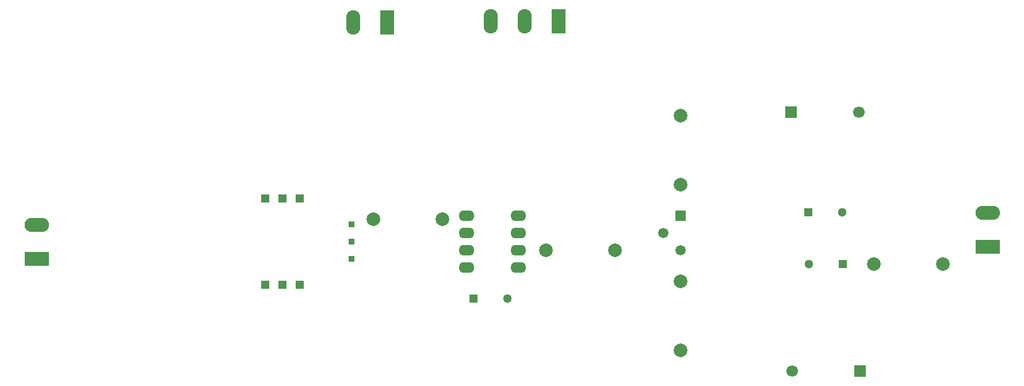
<source format=gbr>
G04 #@! TF.FileFunction,Copper,L1,Top,Signal*
%FSLAX46Y46*%
G04 Gerber Fmt 4.6, Leading zero omitted, Abs format (unit mm)*
G04 Created by KiCad (PCBNEW 4.0.4-stable) date 2016 December 04, Sunday 22:34:29*
%MOMM*%
%LPD*%
G01*
G04 APERTURE LIST*
%ADD10C,0.100000*%
%ADD11R,1.300000X1.300000*%
%ADD12C,1.300000*%
%ADD13R,1.700000X1.700000*%
%ADD14C,1.700000*%
%ADD15R,2.100000X3.600000*%
%ADD16O,2.100000X3.600000*%
%ADD17R,3.600000X2.100000*%
%ADD18O,3.600000X2.100000*%
%ADD19C,1.998980*%
%ADD20C,1.510000*%
%ADD21R,1.510000X1.510000*%
%ADD22R,0.900000X0.900000*%
%ADD23R,1.200000X1.200000*%
%ADD24O,2.300000X1.600000*%
G04 APERTURE END LIST*
D10*
D11*
X185928000Y-103632000D03*
D12*
X190928000Y-103632000D03*
D11*
X191008000Y-111252000D03*
D12*
X186008000Y-111252000D03*
D13*
X183388000Y-88900000D03*
D14*
X193388000Y-88900000D03*
D13*
X193548000Y-127000000D03*
D14*
X183548000Y-127000000D03*
D11*
X136652000Y-116332000D03*
D12*
X141652000Y-116332000D03*
D15*
X149225000Y-75565000D03*
D16*
X144225000Y-75565000D03*
X139225000Y-75565000D03*
D17*
X72390000Y-110490000D03*
D18*
X72390000Y-105490000D03*
D15*
X123952000Y-75692000D03*
D16*
X118952000Y-75692000D03*
D17*
X212344000Y-108712000D03*
D18*
X212344000Y-103712000D03*
D19*
X132080000Y-104648000D03*
X121920000Y-104648000D03*
X167132000Y-89408000D03*
X167132000Y-99568000D03*
X167132000Y-113792000D03*
X167132000Y-123952000D03*
X157480000Y-109220000D03*
X147320000Y-109220000D03*
X195580000Y-111252000D03*
X205740000Y-111252000D03*
D20*
X167132000Y-109220000D03*
D21*
X167132000Y-104140000D03*
D20*
X164592000Y-106680000D03*
D22*
X118745000Y-110490000D03*
X118745000Y-105410000D03*
X118745000Y-107950000D03*
D23*
X106045000Y-114300000D03*
X108585000Y-114300000D03*
X111125000Y-114300000D03*
X106045000Y-101600000D03*
X108585000Y-101600000D03*
X111125000Y-101600000D03*
D24*
X143256000Y-111760000D03*
X143256000Y-109220000D03*
X143256000Y-106680000D03*
X143256000Y-104140000D03*
X135636000Y-104140000D03*
X135636000Y-106680000D03*
X135636000Y-109220000D03*
X135636000Y-111760000D03*
M02*

</source>
